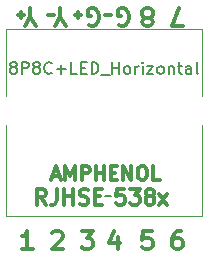
<source format=gbr>
G04 #@! TF.GenerationSoftware,KiCad,Pcbnew,(5.0.2)-1*
G04 #@! TF.CreationDate,2018-12-30T17:04:54-05:00*
G04 #@! TF.ProjectId,8P8C+LED_Horizontal,38503843-2b4c-4454-945f-486f72697a6f,rev?*
G04 #@! TF.SameCoordinates,Original*
G04 #@! TF.FileFunction,Legend,Top*
G04 #@! TF.FilePolarity,Positive*
%FSLAX46Y46*%
G04 Gerber Fmt 4.6, Leading zero omitted, Abs format (unit mm)*
G04 Created by KiCad (PCBNEW (5.0.2)-1) date 12/30/2018 5:04:54 PM*
%MOMM*%
%LPD*%
G01*
G04 APERTURE LIST*
%ADD10C,0.300000*%
%ADD11C,0.200000*%
%ADD12C,0.120000*%
G04 APERTURE END LIST*
D10*
X134112000Y-96012000D02*
X134112000Y-95504000D01*
D11*
X133335095Y-100210952D02*
X133239857Y-100163333D01*
X133192238Y-100115714D01*
X133144619Y-100020476D01*
X133144619Y-99972857D01*
X133192238Y-99877619D01*
X133239857Y-99830000D01*
X133335095Y-99782380D01*
X133525571Y-99782380D01*
X133620809Y-99830000D01*
X133668428Y-99877619D01*
X133716047Y-99972857D01*
X133716047Y-100020476D01*
X133668428Y-100115714D01*
X133620809Y-100163333D01*
X133525571Y-100210952D01*
X133335095Y-100210952D01*
X133239857Y-100258571D01*
X133192238Y-100306190D01*
X133144619Y-100401428D01*
X133144619Y-100591904D01*
X133192238Y-100687142D01*
X133239857Y-100734761D01*
X133335095Y-100782380D01*
X133525571Y-100782380D01*
X133620809Y-100734761D01*
X133668428Y-100687142D01*
X133716047Y-100591904D01*
X133716047Y-100401428D01*
X133668428Y-100306190D01*
X133620809Y-100258571D01*
X133525571Y-100210952D01*
X134144619Y-100782380D02*
X134144619Y-99782380D01*
X134525571Y-99782380D01*
X134620809Y-99830000D01*
X134668428Y-99877619D01*
X134716047Y-99972857D01*
X134716047Y-100115714D01*
X134668428Y-100210952D01*
X134620809Y-100258571D01*
X134525571Y-100306190D01*
X134144619Y-100306190D01*
X135287476Y-100210952D02*
X135192238Y-100163333D01*
X135144619Y-100115714D01*
X135097000Y-100020476D01*
X135097000Y-99972857D01*
X135144619Y-99877619D01*
X135192238Y-99830000D01*
X135287476Y-99782380D01*
X135477952Y-99782380D01*
X135573190Y-99830000D01*
X135620809Y-99877619D01*
X135668428Y-99972857D01*
X135668428Y-100020476D01*
X135620809Y-100115714D01*
X135573190Y-100163333D01*
X135477952Y-100210952D01*
X135287476Y-100210952D01*
X135192238Y-100258571D01*
X135144619Y-100306190D01*
X135097000Y-100401428D01*
X135097000Y-100591904D01*
X135144619Y-100687142D01*
X135192238Y-100734761D01*
X135287476Y-100782380D01*
X135477952Y-100782380D01*
X135573190Y-100734761D01*
X135620809Y-100687142D01*
X135668428Y-100591904D01*
X135668428Y-100401428D01*
X135620809Y-100306190D01*
X135573190Y-100258571D01*
X135477952Y-100210952D01*
X136668428Y-100687142D02*
X136620809Y-100734761D01*
X136477952Y-100782380D01*
X136382714Y-100782380D01*
X136239857Y-100734761D01*
X136144619Y-100639523D01*
X136097000Y-100544285D01*
X136049380Y-100353809D01*
X136049380Y-100210952D01*
X136097000Y-100020476D01*
X136144619Y-99925238D01*
X136239857Y-99830000D01*
X136382714Y-99782380D01*
X136477952Y-99782380D01*
X136620809Y-99830000D01*
X136668428Y-99877619D01*
X137097000Y-100401428D02*
X137858904Y-100401428D01*
X137477952Y-100782380D02*
X137477952Y-100020476D01*
X138811285Y-100782380D02*
X138335095Y-100782380D01*
X138335095Y-99782380D01*
X139144619Y-100258571D02*
X139477952Y-100258571D01*
X139620809Y-100782380D02*
X139144619Y-100782380D01*
X139144619Y-99782380D01*
X139620809Y-99782380D01*
X140049380Y-100782380D02*
X140049380Y-99782380D01*
X140287476Y-99782380D01*
X140430333Y-99830000D01*
X140525571Y-99925238D01*
X140573190Y-100020476D01*
X140620809Y-100210952D01*
X140620809Y-100353809D01*
X140573190Y-100544285D01*
X140525571Y-100639523D01*
X140430333Y-100734761D01*
X140287476Y-100782380D01*
X140049380Y-100782380D01*
X140811285Y-100877619D02*
X141573190Y-100877619D01*
X141811285Y-100782380D02*
X141811285Y-99782380D01*
X141811285Y-100258571D02*
X142382714Y-100258571D01*
X142382714Y-100782380D02*
X142382714Y-99782380D01*
X143001761Y-100782380D02*
X142906523Y-100734761D01*
X142858904Y-100687142D01*
X142811285Y-100591904D01*
X142811285Y-100306190D01*
X142858904Y-100210952D01*
X142906523Y-100163333D01*
X143001761Y-100115714D01*
X143144619Y-100115714D01*
X143239857Y-100163333D01*
X143287476Y-100210952D01*
X143335095Y-100306190D01*
X143335095Y-100591904D01*
X143287476Y-100687142D01*
X143239857Y-100734761D01*
X143144619Y-100782380D01*
X143001761Y-100782380D01*
X143763666Y-100782380D02*
X143763666Y-100115714D01*
X143763666Y-100306190D02*
X143811285Y-100210952D01*
X143858904Y-100163333D01*
X143954142Y-100115714D01*
X144049380Y-100115714D01*
X144382714Y-100782380D02*
X144382714Y-100115714D01*
X144382714Y-99782380D02*
X144335095Y-99830000D01*
X144382714Y-99877619D01*
X144430333Y-99830000D01*
X144382714Y-99782380D01*
X144382714Y-99877619D01*
X144763666Y-100115714D02*
X145287476Y-100115714D01*
X144763666Y-100782380D01*
X145287476Y-100782380D01*
X145811285Y-100782380D02*
X145716047Y-100734761D01*
X145668428Y-100687142D01*
X145620809Y-100591904D01*
X145620809Y-100306190D01*
X145668428Y-100210952D01*
X145716047Y-100163333D01*
X145811285Y-100115714D01*
X145954142Y-100115714D01*
X146049380Y-100163333D01*
X146097000Y-100210952D01*
X146144619Y-100306190D01*
X146144619Y-100591904D01*
X146097000Y-100687142D01*
X146049380Y-100734761D01*
X145954142Y-100782380D01*
X145811285Y-100782380D01*
X146573190Y-100115714D02*
X146573190Y-100782380D01*
X146573190Y-100210952D02*
X146620809Y-100163333D01*
X146716047Y-100115714D01*
X146858904Y-100115714D01*
X146954142Y-100163333D01*
X147001761Y-100258571D01*
X147001761Y-100782380D01*
X147335095Y-100115714D02*
X147716047Y-100115714D01*
X147477952Y-99782380D02*
X147477952Y-100639523D01*
X147525571Y-100734761D01*
X147620809Y-100782380D01*
X147716047Y-100782380D01*
X148477952Y-100782380D02*
X148477952Y-100258571D01*
X148430333Y-100163333D01*
X148335095Y-100115714D01*
X148144619Y-100115714D01*
X148049380Y-100163333D01*
X148477952Y-100734761D02*
X148382714Y-100782380D01*
X148144619Y-100782380D01*
X148049380Y-100734761D01*
X148001761Y-100639523D01*
X148001761Y-100544285D01*
X148049380Y-100449047D01*
X148144619Y-100401428D01*
X148382714Y-100401428D01*
X148477952Y-100353809D01*
X149097000Y-100782380D02*
X149001761Y-100734761D01*
X148954142Y-100639523D01*
X148954142Y-99782380D01*
X141224000Y-111125000D02*
X141732000Y-111125000D01*
D10*
X142817238Y-110540095D02*
X142198190Y-110540095D01*
X142136285Y-111159142D01*
X142198190Y-111097238D01*
X142322000Y-111035333D01*
X142631523Y-111035333D01*
X142755333Y-111097238D01*
X142817238Y-111159142D01*
X142879142Y-111282952D01*
X142879142Y-111592476D01*
X142817238Y-111716285D01*
X142755333Y-111778190D01*
X142631523Y-111840095D01*
X142322000Y-111840095D01*
X142198190Y-111778190D01*
X142136285Y-111716285D01*
X143312476Y-110540095D02*
X144117238Y-110540095D01*
X143683904Y-111035333D01*
X143869619Y-111035333D01*
X143993428Y-111097238D01*
X144055333Y-111159142D01*
X144117238Y-111282952D01*
X144117238Y-111592476D01*
X144055333Y-111716285D01*
X143993428Y-111778190D01*
X143869619Y-111840095D01*
X143498190Y-111840095D01*
X143374380Y-111778190D01*
X143312476Y-111716285D01*
X144860095Y-111097238D02*
X144736285Y-111035333D01*
X144674380Y-110973428D01*
X144612476Y-110849619D01*
X144612476Y-110787714D01*
X144674380Y-110663904D01*
X144736285Y-110602000D01*
X144860095Y-110540095D01*
X145107714Y-110540095D01*
X145231523Y-110602000D01*
X145293428Y-110663904D01*
X145355333Y-110787714D01*
X145355333Y-110849619D01*
X145293428Y-110973428D01*
X145231523Y-111035333D01*
X145107714Y-111097238D01*
X144860095Y-111097238D01*
X144736285Y-111159142D01*
X144674380Y-111221047D01*
X144612476Y-111344857D01*
X144612476Y-111592476D01*
X144674380Y-111716285D01*
X144736285Y-111778190D01*
X144860095Y-111840095D01*
X145107714Y-111840095D01*
X145231523Y-111778190D01*
X145293428Y-111716285D01*
X145355333Y-111592476D01*
X145355333Y-111344857D01*
X145293428Y-111221047D01*
X145231523Y-111159142D01*
X145107714Y-111097238D01*
X145788666Y-111840095D02*
X146469619Y-110973428D01*
X145788666Y-110973428D02*
X146469619Y-111840095D01*
X136195047Y-111840095D02*
X135761714Y-111221047D01*
X135452190Y-111840095D02*
X135452190Y-110540095D01*
X135947428Y-110540095D01*
X136071238Y-110602000D01*
X136133142Y-110663904D01*
X136195047Y-110787714D01*
X136195047Y-110973428D01*
X136133142Y-111097238D01*
X136071238Y-111159142D01*
X135947428Y-111221047D01*
X135452190Y-111221047D01*
X137123619Y-110540095D02*
X137123619Y-111468666D01*
X137061714Y-111654380D01*
X136937904Y-111778190D01*
X136752190Y-111840095D01*
X136628380Y-111840095D01*
X137742666Y-111840095D02*
X137742666Y-110540095D01*
X137742666Y-111159142D02*
X138485523Y-111159142D01*
X138485523Y-111840095D02*
X138485523Y-110540095D01*
X139042666Y-111778190D02*
X139228380Y-111840095D01*
X139537904Y-111840095D01*
X139661714Y-111778190D01*
X139723619Y-111716285D01*
X139785523Y-111592476D01*
X139785523Y-111468666D01*
X139723619Y-111344857D01*
X139661714Y-111282952D01*
X139537904Y-111221047D01*
X139290285Y-111159142D01*
X139166476Y-111097238D01*
X139104571Y-111035333D01*
X139042666Y-110911523D01*
X139042666Y-110787714D01*
X139104571Y-110663904D01*
X139166476Y-110602000D01*
X139290285Y-110540095D01*
X139599809Y-110540095D01*
X139785523Y-110602000D01*
X140342666Y-111159142D02*
X140776000Y-111159142D01*
X140961714Y-111840095D02*
X140342666Y-111840095D01*
X140342666Y-110540095D01*
X140961714Y-110540095D01*
X136738285Y-109420000D02*
X137309714Y-109420000D01*
X136624000Y-109762857D02*
X137024000Y-108562857D01*
X137424000Y-109762857D01*
X137824000Y-109762857D02*
X137824000Y-108562857D01*
X138224000Y-109420000D01*
X138624000Y-108562857D01*
X138624000Y-109762857D01*
X139195428Y-109762857D02*
X139195428Y-108562857D01*
X139652571Y-108562857D01*
X139766857Y-108620000D01*
X139824000Y-108677142D01*
X139881142Y-108791428D01*
X139881142Y-108962857D01*
X139824000Y-109077142D01*
X139766857Y-109134285D01*
X139652571Y-109191428D01*
X139195428Y-109191428D01*
X140395428Y-109762857D02*
X140395428Y-108562857D01*
X140395428Y-109134285D02*
X141081142Y-109134285D01*
X141081142Y-109762857D02*
X141081142Y-108562857D01*
X141652571Y-109134285D02*
X142052571Y-109134285D01*
X142224000Y-109762857D02*
X141652571Y-109762857D01*
X141652571Y-108562857D01*
X142224000Y-108562857D01*
X142738285Y-109762857D02*
X142738285Y-108562857D01*
X143424000Y-109762857D01*
X143424000Y-108562857D01*
X144224000Y-108562857D02*
X144452571Y-108562857D01*
X144566857Y-108620000D01*
X144681142Y-108734285D01*
X144738285Y-108962857D01*
X144738285Y-109362857D01*
X144681142Y-109591428D01*
X144566857Y-109705714D01*
X144452571Y-109762857D01*
X144224000Y-109762857D01*
X144109714Y-109705714D01*
X143995428Y-109591428D01*
X143938285Y-109362857D01*
X143938285Y-108962857D01*
X143995428Y-108734285D01*
X144109714Y-108620000D01*
X144224000Y-108562857D01*
X145824000Y-109762857D02*
X145252571Y-109762857D01*
X145252571Y-108562857D01*
X133858000Y-95758000D02*
X134366000Y-95758000D01*
X136398000Y-95758000D02*
X136906000Y-95758000D01*
X138938000Y-96012000D02*
X138938000Y-95504000D01*
X138684000Y-95758000D02*
X139192000Y-95758000D01*
X134874000Y-95920714D02*
X134874000Y-95206428D01*
X135374000Y-96706428D02*
X134874000Y-95920714D01*
X134374000Y-96706428D01*
X137414000Y-95920714D02*
X137414000Y-95206428D01*
X137914000Y-96706428D02*
X137414000Y-95920714D01*
X136914000Y-96706428D01*
X141224000Y-95758000D02*
X141732000Y-95758000D01*
X139815142Y-96635000D02*
X139958000Y-96706428D01*
X140172285Y-96706428D01*
X140386571Y-96635000D01*
X140529428Y-96492142D01*
X140600857Y-96349285D01*
X140672285Y-96063571D01*
X140672285Y-95849285D01*
X140600857Y-95563571D01*
X140529428Y-95420714D01*
X140386571Y-95277857D01*
X140172285Y-95206428D01*
X140029428Y-95206428D01*
X139815142Y-95277857D01*
X139743714Y-95349285D01*
X139743714Y-95849285D01*
X140029428Y-95849285D01*
X142355142Y-96635000D02*
X142498000Y-96706428D01*
X142712285Y-96706428D01*
X142926571Y-96635000D01*
X143069428Y-96492142D01*
X143140857Y-96349285D01*
X143212285Y-96063571D01*
X143212285Y-95849285D01*
X143140857Y-95563571D01*
X143069428Y-95420714D01*
X142926571Y-95277857D01*
X142712285Y-95206428D01*
X142569428Y-95206428D01*
X142355142Y-95277857D01*
X142283714Y-95349285D01*
X142283714Y-95849285D01*
X142569428Y-95849285D01*
X144922857Y-96063571D02*
X145065714Y-96135000D01*
X145137142Y-96206428D01*
X145208571Y-96349285D01*
X145208571Y-96420714D01*
X145137142Y-96563571D01*
X145065714Y-96635000D01*
X144922857Y-96706428D01*
X144637142Y-96706428D01*
X144494285Y-96635000D01*
X144422857Y-96563571D01*
X144351428Y-96420714D01*
X144351428Y-96349285D01*
X144422857Y-96206428D01*
X144494285Y-96135000D01*
X144637142Y-96063571D01*
X144922857Y-96063571D01*
X145065714Y-95992142D01*
X145137142Y-95920714D01*
X145208571Y-95777857D01*
X145208571Y-95492142D01*
X145137142Y-95349285D01*
X145065714Y-95277857D01*
X144922857Y-95206428D01*
X144637142Y-95206428D01*
X144494285Y-95277857D01*
X144422857Y-95349285D01*
X144351428Y-95492142D01*
X144351428Y-95777857D01*
X144422857Y-95920714D01*
X144494285Y-95992142D01*
X144637142Y-96063571D01*
X147820000Y-96706428D02*
X146820000Y-96706428D01*
X147462857Y-95206428D01*
X147605714Y-114113571D02*
X147320000Y-114113571D01*
X147177142Y-114185000D01*
X147105714Y-114256428D01*
X146962857Y-114470714D01*
X146891428Y-114756428D01*
X146891428Y-115327857D01*
X146962857Y-115470714D01*
X147034285Y-115542142D01*
X147177142Y-115613571D01*
X147462857Y-115613571D01*
X147605714Y-115542142D01*
X147677142Y-115470714D01*
X147748571Y-115327857D01*
X147748571Y-114970714D01*
X147677142Y-114827857D01*
X147605714Y-114756428D01*
X147462857Y-114685000D01*
X147177142Y-114685000D01*
X147034285Y-114756428D01*
X146962857Y-114827857D01*
X146891428Y-114970714D01*
X145137142Y-114113571D02*
X144422857Y-114113571D01*
X144351428Y-114827857D01*
X144422857Y-114756428D01*
X144565714Y-114685000D01*
X144922857Y-114685000D01*
X145065714Y-114756428D01*
X145137142Y-114827857D01*
X145208571Y-114970714D01*
X145208571Y-115327857D01*
X145137142Y-115470714D01*
X145065714Y-115542142D01*
X144922857Y-115613571D01*
X144565714Y-115613571D01*
X144422857Y-115542142D01*
X144351428Y-115470714D01*
X142271714Y-114613571D02*
X142271714Y-115613571D01*
X141914571Y-114042142D02*
X141557428Y-115113571D01*
X142486000Y-115113571D01*
X139200000Y-114113571D02*
X140128571Y-114113571D01*
X139628571Y-114685000D01*
X139842857Y-114685000D01*
X139985714Y-114756428D01*
X140057142Y-114827857D01*
X140128571Y-114970714D01*
X140128571Y-115327857D01*
X140057142Y-115470714D01*
X139985714Y-115542142D01*
X139842857Y-115613571D01*
X139414285Y-115613571D01*
X139271428Y-115542142D01*
X139200000Y-115470714D01*
X136731428Y-114256428D02*
X136802857Y-114185000D01*
X136945714Y-114113571D01*
X137302857Y-114113571D01*
X137445714Y-114185000D01*
X137517142Y-114256428D01*
X137588571Y-114399285D01*
X137588571Y-114542142D01*
X137517142Y-114756428D01*
X136660000Y-115613571D01*
X137588571Y-115613571D01*
X135048571Y-115613571D02*
X134191428Y-115613571D01*
X134620000Y-115613571D02*
X134620000Y-114113571D01*
X134477142Y-114327857D01*
X134334285Y-114470714D01*
X134191428Y-114542142D01*
D12*
G04 #@! TO.C,J1*
X132773000Y-96960000D02*
X132773000Y-102635000D01*
X149413000Y-96960000D02*
X149413000Y-102635000D01*
X149413000Y-96960000D02*
X132773000Y-96960000D01*
X132773000Y-112840000D02*
X132773000Y-105135000D01*
X149413000Y-112840000D02*
X149413000Y-105135000D01*
X149413000Y-112840000D02*
X132773000Y-112840000D01*
G04 #@! TD*
M02*

</source>
